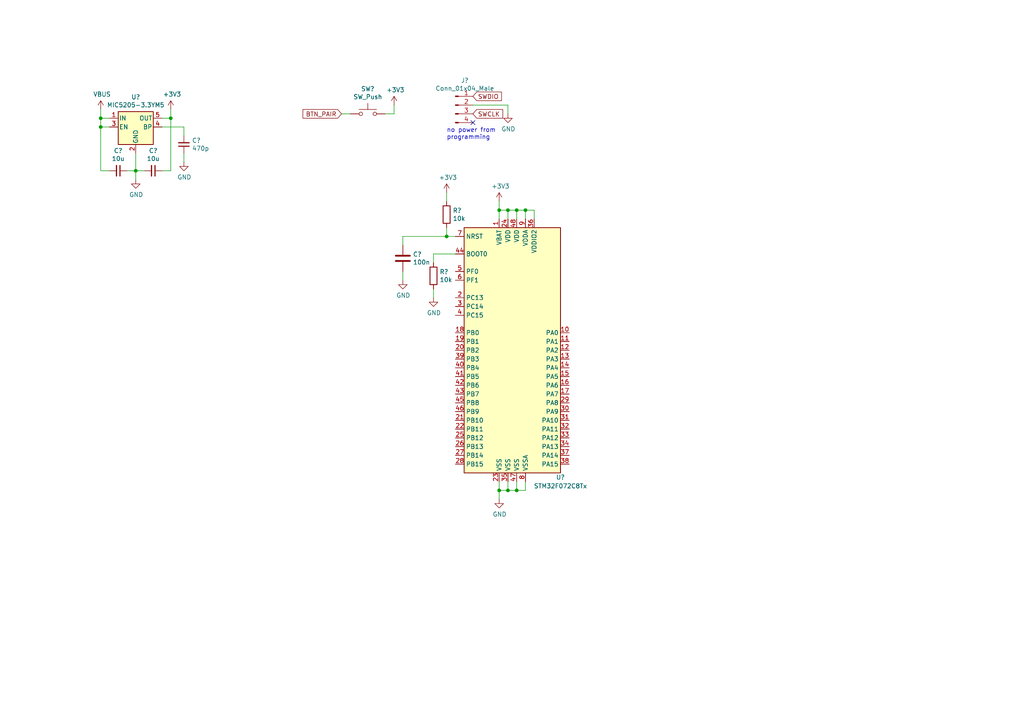
<source format=kicad_sch>
(kicad_sch (version 20200512) (host eeschema "(5.99.0-1874-g9ff09aa78)")
  (page 1 1)
  (paper "A4")
  (lib_symbols
    (symbol "Connector:Conn_01x04_Male" (pin_names hide)
      (property "Reference" "J" (at 0 5.08 0))
      (property "Value" "Conn_01x04_Male" (at 0 -7.62 0))
      (symbol "Conn_01x04_Male_1_1"
        (rectangle (start 0.8636 -4.953) (end 0 -5.207) (stroke (width 0.1524)) (fill (type outline)))
        (rectangle (start 0.8636 -2.413) (end 0 -2.667) (stroke (width 0.1524)) (fill (type outline)))
        (rectangle (start 0.8636 0.127) (end 0 -0.127) (stroke (width 0.1524)) (fill (type outline)))
        (rectangle (start 0.8636 2.667) (end 0 2.413) (stroke (width 0.1524)) (fill (type outline)))
        (polyline (pts (xy 1.27 -5.08) (xy 0.8636 -5.08)) (stroke (width 0.1524)))
        (polyline (pts (xy 1.27 -2.54) (xy 0.8636 -2.54)) (stroke (width 0.1524)))
        (polyline (pts (xy 1.27 0) (xy 0.8636 0)) (stroke (width 0.1524)))
        (polyline (pts (xy 1.27 2.54) (xy 0.8636 2.54)) (stroke (width 0.1524)))
        (pin passive line (at 5.08 2.54 180) (length 3.81) (name "Pin_1") (number "1"))
        (pin passive line (at 5.08 0 180) (length 3.81) (name "Pin_2") (number "2"))
        (pin passive line (at 5.08 -2.54 180) (length 3.81) (name "Pin_3") (number "3"))
        (pin passive line (at 5.08 -5.08 180) (length 3.81) (name "Pin_4") (number "4"))
      )
    )
    (symbol "Device:C" (pin_numbers hide) (pin_names (offset 0.254))
      (property "Reference" "C" (at 0.635 2.54 0))
      (property "Value" "C" (at 0.635 -2.54 0))
      (symbol "C_0_1"
        (polyline (pts (xy -2.032 -0.762) (xy 2.032 -0.762)) (stroke (width 0.508)))
        (polyline (pts (xy -2.032 0.762) (xy 2.032 0.762)) (stroke (width 0.508)))
      )
      (symbol "C_1_1"
        (pin passive line (at 0 3.81 270) (length 2.794) (name "~") (number "1"))
        (pin passive line (at 0 -3.81 90) (length 2.794) (name "~") (number "2"))
      )
    )
    (symbol "Device:C_Small" (pin_numbers hide) (pin_names (offset 0.254) hide)
      (property "Reference" "C" (at 0.254 1.778 0))
      (property "Value" "C_Small" (at 0.254 -2.032 0))
      (symbol "C_Small_0_1"
        (polyline (pts (xy -1.524 -0.508) (xy 1.524 -0.508)) (stroke (width 0.3302)))
        (polyline (pts (xy -1.524 0.508) (xy 1.524 0.508)) (stroke (width 0.3048)))
      )
      (symbol "C_Small_1_1"
        (pin passive line (at 0 2.54 270) (length 2.032) (name "~") (number "1"))
        (pin passive line (at 0 -2.54 90) (length 2.032) (name "~") (number "2"))
      )
    )
    (symbol "Device:R" (pin_numbers hide) (pin_names (offset 0))
      (property "Reference" "R" (at 2.032 0 90))
      (property "Value" "R" (at 0 0 90))
      (symbol "R_0_1"
        (rectangle (start -1.016 -2.54) (end 1.016 2.54) (stroke (width 0.254)))
      )
      (symbol "R_1_1"
        (pin passive line (at 0 3.81 270) (length 1.27) (name "~") (number "1"))
        (pin passive line (at 0 -3.81 90) (length 1.27) (name "~") (number "2"))
      )
    )
    (symbol "MCU_ST_STM32F0:STM32F072C8Tx" (pin_names (offset 0.508))
      (property "Reference" "U" (at -15.24 36.83 0))
      (property "Value" "STM32F072C8Tx" (at 7.62 36.83 0))
      (symbol "STM32F072C8Tx_0_1"
        (rectangle (start -15.24 -35.56) (end 12.7 35.56) (stroke (width 0.254)) (fill (type background)))
      )
      (symbol "STM32F072C8Tx_1_1"
        (pin power_in line (at -5.08 38.1 270) (length 2.54) (name "VBAT") (number "1"))
        (pin bidirectional line (at 15.24 5.08 180) (length 2.54) (name "PA0") (number "10"))
        (pin bidirectional line (at 15.24 2.54 180) (length 2.54) (name "PA1") (number "11"))
        (pin bidirectional line (at 15.24 0 180) (length 2.54) (name "PA2") (number "12"))
        (pin bidirectional line (at 15.24 -2.54 180) (length 2.54) (name "PA3") (number "13"))
        (pin bidirectional line (at 15.24 -5.08 180) (length 2.54) (name "PA4") (number "14"))
        (pin bidirectional line (at 15.24 -7.62 180) (length 2.54) (name "PA5") (number "15"))
        (pin bidirectional line (at 15.24 -10.16 180) (length 2.54) (name "PA6") (number "16"))
        (pin bidirectional line (at 15.24 -12.7 180) (length 2.54) (name "PA7") (number "17"))
        (pin bidirectional line (at -17.78 5.08 0) (length 2.54) (name "PB0") (number "18"))
        (pin bidirectional line (at -17.78 2.54 0) (length 2.54) (name "PB1") (number "19"))
        (pin bidirectional line (at -17.78 15.24 0) (length 2.54) (name "PC13") (number "2"))
        (pin bidirectional line (at -17.78 0 0) (length 2.54) (name "PB2") (number "20"))
        (pin bidirectional line (at -17.78 -20.32 0) (length 2.54) (name "PB10") (number "21"))
        (pin bidirectional line (at -17.78 -22.86 0) (length 2.54) (name "PB11") (number "22"))
        (pin power_in line (at -5.08 -38.1 90) (length 2.54) (name "VSS") (number "23"))
        (pin power_in line (at -2.54 38.1 270) (length 2.54) (name "VDD") (number "24"))
        (pin bidirectional line (at -17.78 -25.4 0) (length 2.54) (name "PB12") (number "25"))
        (pin bidirectional line (at -17.78 -27.94 0) (length 2.54) (name "PB13") (number "26"))
        (pin bidirectional line (at -17.78 -30.48 0) (length 2.54) (name "PB14") (number "27"))
        (pin bidirectional line (at -17.78 -33.02 0) (length 2.54) (name "PB15") (number "28"))
        (pin bidirectional line (at 15.24 -15.24 180) (length 2.54) (name "PA8") (number "29"))
        (pin bidirectional line (at -17.78 12.7 0) (length 2.54) (name "PC14") (number "3"))
        (pin bidirectional line (at 15.24 -17.78 180) (length 2.54) (name "PA9") (number "30"))
        (pin bidirectional line (at 15.24 -20.32 180) (length 2.54) (name "PA10") (number "31"))
        (pin bidirectional line (at 15.24 -22.86 180) (length 2.54) (name "PA11") (number "32"))
        (pin bidirectional line (at 15.24 -25.4 180) (length 2.54) (name "PA12") (number "33"))
        (pin bidirectional line (at 15.24 -27.94 180) (length 2.54) (name "PA13") (number "34"))
        (pin power_in line (at -2.54 -38.1 90) (length 2.54) (name "VSS") (number "35"))
        (pin power_in line (at 5.08 38.1 270) (length 2.54) (name "VDDIO2") (number "36"))
        (pin bidirectional line (at 15.24 -30.48 180) (length 2.54) (name "PA14") (number "37"))
        (pin bidirectional line (at 15.24 -33.02 180) (length 2.54) (name "PA15") (number "38"))
        (pin bidirectional line (at -17.78 -2.54 0) (length 2.54) (name "PB3") (number "39"))
        (pin bidirectional line (at -17.78 10.16 0) (length 2.54) (name "PC15") (number "4"))
        (pin bidirectional line (at -17.78 -5.08 0) (length 2.54) (name "PB4") (number "40"))
        (pin bidirectional line (at -17.78 -7.62 0) (length 2.54) (name "PB5") (number "41"))
        (pin bidirectional line (at -17.78 -10.16 0) (length 2.54) (name "PB6") (number "42"))
        (pin bidirectional line (at -17.78 -12.7 0) (length 2.54) (name "PB7") (number "43"))
        (pin input line (at -17.78 27.94 0) (length 2.54) (name "BOOT0") (number "44"))
        (pin bidirectional line (at -17.78 -15.24 0) (length 2.54) (name "PB8") (number "45"))
        (pin bidirectional line (at -17.78 -17.78 0) (length 2.54) (name "PB9") (number "46"))
        (pin power_in line (at 0 -38.1 90) (length 2.54) (name "VSS") (number "47"))
        (pin power_in line (at 0 38.1 270) (length 2.54) (name "VDD") (number "48"))
        (pin input line (at -17.78 22.86 0) (length 2.54) (name "PF0") (number "5"))
        (pin input line (at -17.78 20.32 0) (length 2.54) (name "PF1") (number "6"))
        (pin input line (at -17.78 33.02 0) (length 2.54) (name "NRST") (number "7"))
        (pin power_in line (at 2.54 -38.1 90) (length 2.54) (name "VSSA") (number "8"))
        (pin power_in line (at 2.54 38.1 270) (length 2.54) (name "VDDA") (number "9"))
      )
    )
    (symbol "Regulator_Linear:MIC5205-3.3YM5" (pin_names (offset 0.254))
      (property "Reference" "U" (at -3.81 5.715 0))
      (property "Value" "MIC5205-3.3YM5" (at 0 5.715 0))
      (symbol "MIC5205-3.3YM5_0_1"
        (rectangle (start -5.08 4.445) (end 5.08 -5.08) (stroke (width 0.254)) (fill (type background)))
      )
      (symbol "MIC5205-3.3YM5_1_1"
        (pin power_in line (at -7.62 2.54 0) (length 2.54) (name "IN") (number "1"))
        (pin power_in line (at 0 -7.62 90) (length 2.54) (name "GND") (number "2"))
        (pin input line (at -7.62 0 0) (length 2.54) (name "EN") (number "3"))
        (pin input line (at 7.62 0 180) (length 2.54) (name "BP") (number "4"))
        (pin power_out line (at 7.62 2.54 180) (length 2.54) (name "OUT") (number "5"))
      )
    )
    (symbol "Switch:SW_Push" (pin_numbers hide) (pin_names hide)
      (property "Reference" "SW" (at 1.27 2.54 0))
      (property "Value" "SW_Push" (at 0 -1.524 0))
      (symbol "SW_Push_0_1"
        (circle (center -2.032 0) (radius 0.508))
        (circle (center 2.032 0) (radius 0.508))
        (polyline (pts (xy 0 1.27) (xy 0 3.048)))
        (polyline (pts (xy 2.54 1.27) (xy -2.54 1.27)))
        (pin passive line (at -5.08 0 0) (length 2.54) (name "1") (number "1"))
        (pin passive line (at 5.08 0 180) (length 2.54) (name "2") (number "2"))
      )
    )
    (symbol "power:+3V3" (power) (pin_names (offset 0))
      (property "Value" "+3V3" (at 0 3.556 0))
      (symbol "+3V3_0_1"
        (polyline (pts (xy -0.762 1.27) (xy 0 2.54)))
        (polyline (pts (xy 0 0) (xy 0 2.54)))
        (polyline (pts (xy 0 2.54) (xy 0.762 1.27)))
      )
      (symbol "+3V3_1_1"
        (pin power_in line (at 0 0 90) (length 0) hide (name "+3V3") (number "1"))
      )
    )
    (symbol "power:GND" (power) (pin_names (offset 0))
      (property "Value" "GND" (at 0 -3.81 0))
      (symbol "GND_0_1"
        (polyline (pts (xy 0 0) (xy 0 -1.27) (xy 1.27 -1.27) (xy 0 -2.54) (xy -1.27 -1.27) (xy 0 -1.27)))
      )
      (symbol "GND_1_1"
        (pin power_in line (at 0 0 270) (length 0) hide (name "GND") (number "1"))
      )
    )
    (symbol "power:VBUS" (power) (pin_names (offset 0))
      (property "Value" "VBUS" (at 0 3.81 0))
      (symbol "VBUS_0_1"
        (polyline (pts (xy -0.762 1.27) (xy 0 2.54)))
        (polyline (pts (xy 0 0) (xy 0 2.54)))
        (polyline (pts (xy 0 2.54) (xy 0.762 1.27)))
      )
      (symbol "VBUS_1_1"
        (pin power_in line (at 0 0 90) (length 0) hide (name "VBUS") (number "1"))
      )
    )
  )
  (junction (at 29.21 34.29))
  (junction (at 29.21 36.83))
  (junction (at 39.37 49.53))
  (junction (at 49.53 34.29))
  (junction (at 129.54 68.58))
  (junction (at 144.78 60.96))
  (junction (at 144.78 142.24))
  (junction (at 147.32 60.96))
  (junction (at 147.32 142.24))
  (junction (at 149.86 60.96))
  (junction (at 149.86 142.24))
  (junction (at 152.4 60.96))
  (no_connect (at 137.16 35.56))
  (wire (pts (xy 29.21 34.29) (xy 29.21 31.75)))
  (wire (pts (xy 29.21 34.29) (xy 29.21 36.83)))
  (wire (pts (xy 29.21 36.83) (xy 29.21 49.53)))
  (wire (pts (xy 29.21 49.53) (xy 31.75 49.53)))
  (wire (pts (xy 31.75 34.29) (xy 29.21 34.29)))
  (wire (pts (xy 31.75 36.83) (xy 29.21 36.83)))
  (wire (pts (xy 36.83 49.53) (xy 39.37 49.53)))
  (wire (pts (xy 39.37 44.45) (xy 39.37 49.53)))
  (wire (pts (xy 39.37 49.53) (xy 41.91 49.53)))
  (wire (pts (xy 39.37 52.07) (xy 39.37 49.53)))
  (wire (pts (xy 46.99 36.83) (xy 53.34 36.83)))
  (wire (pts (xy 46.99 49.53) (xy 49.53 49.53)))
  (wire (pts (xy 49.53 31.75) (xy 49.53 34.29)))
  (wire (pts (xy 49.53 34.29) (xy 46.99 34.29)))
  (wire (pts (xy 49.53 49.53) (xy 49.53 34.29)))
  (wire (pts (xy 53.34 36.83) (xy 53.34 39.37)))
  (wire (pts (xy 53.34 46.99) (xy 53.34 44.45)))
  (wire (pts (xy 99.06 33.02) (xy 101.6 33.02)))
  (wire (pts (xy 114.3 30.48) (xy 114.3 33.02)))
  (wire (pts (xy 114.3 33.02) (xy 111.76 33.02)))
  (wire (pts (xy 116.84 68.58) (xy 116.84 71.12)))
  (wire (pts (xy 116.84 68.58) (xy 129.54 68.58)))
  (wire (pts (xy 116.84 78.74) (xy 116.84 81.28)))
  (wire (pts (xy 125.73 73.66) (xy 132.08 73.66)))
  (wire (pts (xy 125.73 76.2) (xy 125.73 73.66)))
  (wire (pts (xy 125.73 83.82) (xy 125.73 86.36)))
  (wire (pts (xy 129.54 55.88) (xy 129.54 58.42)))
  (wire (pts (xy 129.54 66.04) (xy 129.54 68.58)))
  (wire (pts (xy 129.54 68.58) (xy 132.08 68.58)))
  (wire (pts (xy 144.78 58.42) (xy 144.78 60.96)))
  (wire (pts (xy 144.78 60.96) (xy 144.78 63.5)))
  (wire (pts (xy 144.78 142.24) (xy 144.78 139.7)))
  (wire (pts (xy 144.78 144.78) (xy 144.78 142.24)))
  (wire (pts (xy 147.32 30.48) (xy 137.16 30.48)))
  (wire (pts (xy 147.32 33.02) (xy 147.32 30.48)))
  (wire (pts (xy 147.32 60.96) (xy 144.78 60.96)))
  (wire (pts (xy 147.32 63.5) (xy 147.32 60.96)))
  (wire (pts (xy 147.32 139.7) (xy 147.32 142.24)))
  (wire (pts (xy 147.32 142.24) (xy 144.78 142.24)))
  (wire (pts (xy 149.86 60.96) (xy 147.32 60.96)))
  (wire (pts (xy 149.86 63.5) (xy 149.86 60.96)))
  (wire (pts (xy 149.86 139.7) (xy 149.86 142.24)))
  (wire (pts (xy 149.86 142.24) (xy 147.32 142.24)))
  (wire (pts (xy 152.4 60.96) (xy 149.86 60.96)))
  (wire (pts (xy 152.4 63.5) (xy 152.4 60.96)))
  (wire (pts (xy 152.4 139.7) (xy 152.4 142.24)))
  (wire (pts (xy 152.4 142.24) (xy 149.86 142.24)))
  (wire (pts (xy 154.94 60.96) (xy 152.4 60.96)))
  (wire (pts (xy 154.94 63.5) (xy 154.94 60.96)))
  (text "no power from\nprogramming" (at 129.54 40.64 0) (effects (font (size 1.27 1.27)) (justify left bottom)))
  (global_label "BTN_PAIR" (shape input) (at 99.06 33.02 180))
  (global_label "SWDIO" (shape input) (at 137.16 27.94 0))
  (global_label "SWCLK" (shape input) (at 137.16 33.02 0))
  (symbol (lib_id "power:VBUS") (at 29.21 31.75 0) (unit 1)
    (property "Reference" "#PWR?" (effects hide))
    (property "Value" "VBUS" (at 29.591 27.3558 0))
  )
  (symbol (lib_id "power:+3V3") (at 49.53 31.75 0) (unit 1)
    (property "Reference" "#PWR?" (effects hide))
    (property "Value" "+3V3" (at 49.911 27.3558 0))
  )
  (symbol (lib_id "power:+3V3") (at 114.3 30.48 0) (unit 1)
    (property "Reference" "#PWR?" (effects hide))
    (property "Value" "+3V3" (at 114.681 26.0858 0))
  )
  (symbol (lib_id "power:+3V3") (at 129.54 55.88 0) (unit 1)
    (property "Reference" "#PWR?" (effects hide))
    (property "Value" "+3V3" (at 129.921 51.4858 0))
  )
  (symbol (lib_id "power:+3V3") (at 144.78 58.42 0) (unit 1)
    (property "Reference" "#PWR?" (effects hide))
    (property "Value" "+3V3" (at 145.161 54.0258 0))
  )
  (symbol (lib_id "power:GND") (at 39.37 52.07 0) (unit 1)
    (property "Reference" "#PWR?" (effects hide))
    (property "Value" "GND" (at 39.497 56.4642 0))
  )
  (symbol (lib_id "power:GND") (at 53.34 46.99 0) (unit 1)
    (property "Reference" "#PWR?" (effects hide))
    (property "Value" "GND" (at 53.467 51.3842 0))
  )
  (symbol (lib_id "power:GND") (at 116.84 81.28 0) (unit 1)
    (property "Reference" "#PWR?" (effects hide))
    (property "Value" "GND" (at 116.967 85.6742 0))
  )
  (symbol (lib_id "power:GND") (at 125.73 86.36 0) (unit 1)
    (property "Reference" "#PWR?" (effects hide))
    (property "Value" "GND" (at 125.857 90.7542 0))
  )
  (symbol (lib_id "power:GND") (at 144.78 144.78 0) (unit 1)
    (property "Reference" "#PWR?" (effects hide))
    (property "Value" "GND" (at 144.907 149.1742 0))
  )
  (symbol (lib_id "power:GND") (at 147.32 33.02 0) (unit 1)
    (property "Reference" "#PWR?" (effects hide))
    (property "Value" "GND" (at 147.447 37.4142 0))
  )
  (symbol (lib_id "Device:R") (at 125.73 80.01 0) (unit 1)
    (property "Reference" "R?" (at 127.508 78.8416 0) (effects (justify left)))
    (property "Value" "10k" (at 127.508 81.153 0) (effects (justify left)))
  )
  (symbol (lib_id "Device:R") (at 129.54 62.23 0) (unit 1)
    (property "Reference" "R?" (at 131.318 61.0616 0) (effects (justify left)))
    (property "Value" "10k" (at 131.318 63.373 0) (effects (justify left)))
  )
  (symbol (lib_id "Device:C_Small") (at 34.29 49.53 270) (unit 1)
    (property "Reference" "C?" (at 34.29 43.7134 90))
    (property "Value" "10u" (at 34.29 46.0248 90))
  )
  (symbol (lib_id "Device:C_Small") (at 44.45 49.53 270) (unit 1)
    (property "Reference" "C?" (at 44.45 43.7134 90))
    (property "Value" "10u" (at 44.45 46.0248 90))
  )
  (symbol (lib_id "Device:C_Small") (at 53.34 41.91 180) (unit 1)
    (property "Reference" "C?" (at 55.6768 40.7416 0) (effects (justify right)))
    (property "Value" "470p" (at 55.6768 43.053 0) (effects (justify right)))
  )
  (symbol (lib_id "Device:C") (at 116.84 74.93 0) (unit 1)
    (property "Reference" "C?" (at 119.761 73.7616 0) (effects (justify left)))
    (property "Value" "100n" (at 119.761 76.073 0) (effects (justify left)))
  )
  (symbol (lib_id "Switch:SW_Push") (at 106.68 33.02 0) (unit 1)
    (property "Reference" "SW?" (at 106.68 25.781 0))
    (property "Value" "SW_Push" (at 106.68 28.0924 0))
  )
  (symbol (lib_id "Connector:Conn_01x04_Male") (at 132.08 30.48 0) (unit 1)
    (property "Reference" "J?" (at 134.8232 23.3426 0))
    (property "Value" "Conn_01x04_Male" (at 134.8232 25.654 0))
  )
  (symbol (lib_id "Regulator_Linear:MIC5205-3.3YM5") (at 39.37 36.83 0) (unit 1)
    (property "Reference" "U?" (at 39.37 28.1432 0))
    (property "Value" "MIC5205-3.3YM5" (at 39.37 30.4546 0))
    (property "Footprint" "Package_TO_SOT_SMD:SOT-23-5" (effects hide))
    (property "Datasheet" "http://ww1.microchip.com/downloads/en/DeviceDoc/20005785A.pdf" (effects hide))
  )
  (symbol (lib_id "MCU_ST_STM32F0:STM32F072C8Tx") (at 149.86 101.6 0) (unit 1)
    (property "Reference" "U?" (at 162.56 138.43 0))
    (property "Value" "STM32F072C8Tx" (at 162.56 140.97 0))
    (property "Footprint" "Package_QFP:LQFP-48_7x7mm_P0.5mm" (effects hide))
    (property "Datasheet" "http://www.st.com/st-web-ui/static/active/en/resource/technical/document/datasheet/DM00090510.pdf" (effects hide))
  )
)
</source>
